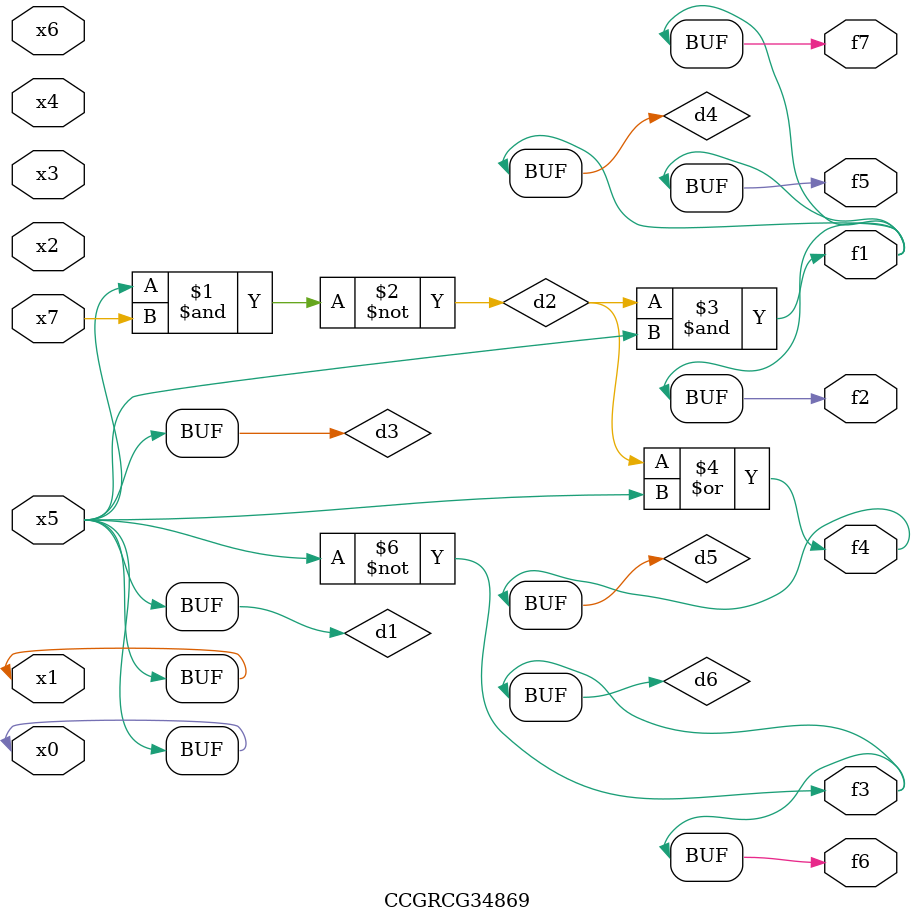
<source format=v>
module CCGRCG34869(
	input x0, x1, x2, x3, x4, x5, x6, x7,
	output f1, f2, f3, f4, f5, f6, f7
);

	wire d1, d2, d3, d4, d5, d6;

	buf (d1, x0, x5);
	nand (d2, x5, x7);
	buf (d3, x0, x1);
	and (d4, d2, d3);
	or (d5, d2, d3);
	nor (d6, d1, d3);
	assign f1 = d4;
	assign f2 = d4;
	assign f3 = d6;
	assign f4 = d5;
	assign f5 = d4;
	assign f6 = d6;
	assign f7 = d4;
endmodule

</source>
